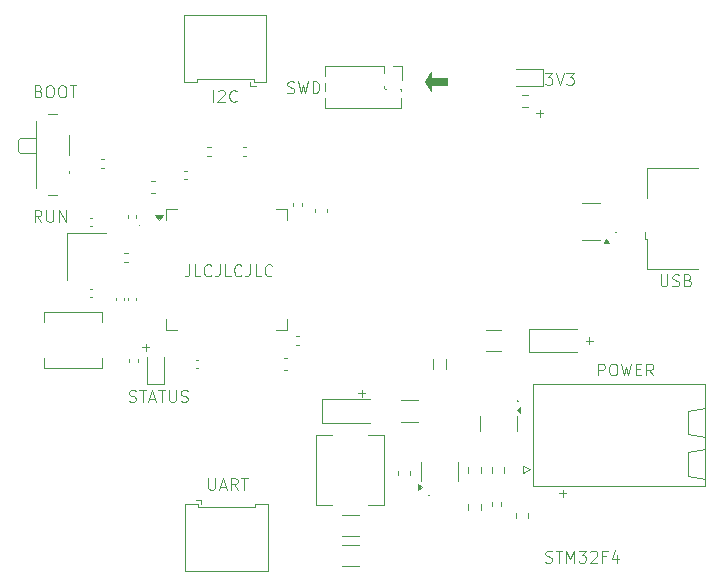
<source format=gbr>
%TF.GenerationSoftware,KiCad,Pcbnew,8.0.3*%
%TF.CreationDate,2024-07-29T11:00:05+05:30*%
%TF.ProjectId,SSTM32_REV2,5353544d-3332-45f5-9245-56322e6b6963,rev?*%
%TF.SameCoordinates,Original*%
%TF.FileFunction,Legend,Top*%
%TF.FilePolarity,Positive*%
%FSLAX46Y46*%
G04 Gerber Fmt 4.6, Leading zero omitted, Abs format (unit mm)*
G04 Created by KiCad (PCBNEW 8.0.3) date 2024-07-29 11:00:05*
%MOMM*%
%LPD*%
G01*
G04 APERTURE LIST*
%ADD10C,0.100000*%
%ADD11C,0.120000*%
G04 APERTURE END LIST*
D10*
X156839598Y-99572419D02*
X156839598Y-100286704D01*
X156839598Y-100286704D02*
X156791979Y-100429561D01*
X156791979Y-100429561D02*
X156696741Y-100524800D01*
X156696741Y-100524800D02*
X156553884Y-100572419D01*
X156553884Y-100572419D02*
X156458646Y-100572419D01*
X157791979Y-100572419D02*
X157315789Y-100572419D01*
X157315789Y-100572419D02*
X157315789Y-99572419D01*
X158696741Y-100477180D02*
X158649122Y-100524800D01*
X158649122Y-100524800D02*
X158506265Y-100572419D01*
X158506265Y-100572419D02*
X158411027Y-100572419D01*
X158411027Y-100572419D02*
X158268170Y-100524800D01*
X158268170Y-100524800D02*
X158172932Y-100429561D01*
X158172932Y-100429561D02*
X158125313Y-100334323D01*
X158125313Y-100334323D02*
X158077694Y-100143847D01*
X158077694Y-100143847D02*
X158077694Y-100000990D01*
X158077694Y-100000990D02*
X158125313Y-99810514D01*
X158125313Y-99810514D02*
X158172932Y-99715276D01*
X158172932Y-99715276D02*
X158268170Y-99620038D01*
X158268170Y-99620038D02*
X158411027Y-99572419D01*
X158411027Y-99572419D02*
X158506265Y-99572419D01*
X158506265Y-99572419D02*
X158649122Y-99620038D01*
X158649122Y-99620038D02*
X158696741Y-99667657D01*
X159411027Y-99572419D02*
X159411027Y-100286704D01*
X159411027Y-100286704D02*
X159363408Y-100429561D01*
X159363408Y-100429561D02*
X159268170Y-100524800D01*
X159268170Y-100524800D02*
X159125313Y-100572419D01*
X159125313Y-100572419D02*
X159030075Y-100572419D01*
X160363408Y-100572419D02*
X159887218Y-100572419D01*
X159887218Y-100572419D02*
X159887218Y-99572419D01*
X161268170Y-100477180D02*
X161220551Y-100524800D01*
X161220551Y-100524800D02*
X161077694Y-100572419D01*
X161077694Y-100572419D02*
X160982456Y-100572419D01*
X160982456Y-100572419D02*
X160839599Y-100524800D01*
X160839599Y-100524800D02*
X160744361Y-100429561D01*
X160744361Y-100429561D02*
X160696742Y-100334323D01*
X160696742Y-100334323D02*
X160649123Y-100143847D01*
X160649123Y-100143847D02*
X160649123Y-100000990D01*
X160649123Y-100000990D02*
X160696742Y-99810514D01*
X160696742Y-99810514D02*
X160744361Y-99715276D01*
X160744361Y-99715276D02*
X160839599Y-99620038D01*
X160839599Y-99620038D02*
X160982456Y-99572419D01*
X160982456Y-99572419D02*
X161077694Y-99572419D01*
X161077694Y-99572419D02*
X161220551Y-99620038D01*
X161220551Y-99620038D02*
X161268170Y-99667657D01*
X161982456Y-99572419D02*
X161982456Y-100286704D01*
X161982456Y-100286704D02*
X161934837Y-100429561D01*
X161934837Y-100429561D02*
X161839599Y-100524800D01*
X161839599Y-100524800D02*
X161696742Y-100572419D01*
X161696742Y-100572419D02*
X161601504Y-100572419D01*
X162934837Y-100572419D02*
X162458647Y-100572419D01*
X162458647Y-100572419D02*
X162458647Y-99572419D01*
X163839599Y-100477180D02*
X163791980Y-100524800D01*
X163791980Y-100524800D02*
X163649123Y-100572419D01*
X163649123Y-100572419D02*
X163553885Y-100572419D01*
X163553885Y-100572419D02*
X163411028Y-100524800D01*
X163411028Y-100524800D02*
X163315790Y-100429561D01*
X163315790Y-100429561D02*
X163268171Y-100334323D01*
X163268171Y-100334323D02*
X163220552Y-100143847D01*
X163220552Y-100143847D02*
X163220552Y-100000990D01*
X163220552Y-100000990D02*
X163268171Y-99810514D01*
X163268171Y-99810514D02*
X163315790Y-99715276D01*
X163315790Y-99715276D02*
X163411028Y-99620038D01*
X163411028Y-99620038D02*
X163553885Y-99572419D01*
X163553885Y-99572419D02*
X163649123Y-99572419D01*
X163649123Y-99572419D02*
X163791980Y-99620038D01*
X163791980Y-99620038D02*
X163839599Y-99667657D01*
X187006265Y-124774800D02*
X187149122Y-124822419D01*
X187149122Y-124822419D02*
X187387217Y-124822419D01*
X187387217Y-124822419D02*
X187482455Y-124774800D01*
X187482455Y-124774800D02*
X187530074Y-124727180D01*
X187530074Y-124727180D02*
X187577693Y-124631942D01*
X187577693Y-124631942D02*
X187577693Y-124536704D01*
X187577693Y-124536704D02*
X187530074Y-124441466D01*
X187530074Y-124441466D02*
X187482455Y-124393847D01*
X187482455Y-124393847D02*
X187387217Y-124346228D01*
X187387217Y-124346228D02*
X187196741Y-124298609D01*
X187196741Y-124298609D02*
X187101503Y-124250990D01*
X187101503Y-124250990D02*
X187053884Y-124203371D01*
X187053884Y-124203371D02*
X187006265Y-124108133D01*
X187006265Y-124108133D02*
X187006265Y-124012895D01*
X187006265Y-124012895D02*
X187053884Y-123917657D01*
X187053884Y-123917657D02*
X187101503Y-123870038D01*
X187101503Y-123870038D02*
X187196741Y-123822419D01*
X187196741Y-123822419D02*
X187434836Y-123822419D01*
X187434836Y-123822419D02*
X187577693Y-123870038D01*
X187863408Y-123822419D02*
X188434836Y-123822419D01*
X188149122Y-124822419D02*
X188149122Y-123822419D01*
X188768170Y-124822419D02*
X188768170Y-123822419D01*
X188768170Y-123822419D02*
X189101503Y-124536704D01*
X189101503Y-124536704D02*
X189434836Y-123822419D01*
X189434836Y-123822419D02*
X189434836Y-124822419D01*
X189815789Y-123822419D02*
X190434836Y-123822419D01*
X190434836Y-123822419D02*
X190101503Y-124203371D01*
X190101503Y-124203371D02*
X190244360Y-124203371D01*
X190244360Y-124203371D02*
X190339598Y-124250990D01*
X190339598Y-124250990D02*
X190387217Y-124298609D01*
X190387217Y-124298609D02*
X190434836Y-124393847D01*
X190434836Y-124393847D02*
X190434836Y-124631942D01*
X190434836Y-124631942D02*
X190387217Y-124727180D01*
X190387217Y-124727180D02*
X190339598Y-124774800D01*
X190339598Y-124774800D02*
X190244360Y-124822419D01*
X190244360Y-124822419D02*
X189958646Y-124822419D01*
X189958646Y-124822419D02*
X189863408Y-124774800D01*
X189863408Y-124774800D02*
X189815789Y-124727180D01*
X190815789Y-123917657D02*
X190863408Y-123870038D01*
X190863408Y-123870038D02*
X190958646Y-123822419D01*
X190958646Y-123822419D02*
X191196741Y-123822419D01*
X191196741Y-123822419D02*
X191291979Y-123870038D01*
X191291979Y-123870038D02*
X191339598Y-123917657D01*
X191339598Y-123917657D02*
X191387217Y-124012895D01*
X191387217Y-124012895D02*
X191387217Y-124108133D01*
X191387217Y-124108133D02*
X191339598Y-124250990D01*
X191339598Y-124250990D02*
X190768170Y-124822419D01*
X190768170Y-124822419D02*
X191387217Y-124822419D01*
X192149122Y-124298609D02*
X191815789Y-124298609D01*
X191815789Y-124822419D02*
X191815789Y-123822419D01*
X191815789Y-123822419D02*
X192291979Y-123822419D01*
X193101503Y-124155752D02*
X193101503Y-124822419D01*
X192863408Y-123774800D02*
X192625313Y-124489085D01*
X192625313Y-124489085D02*
X193244360Y-124489085D01*
X144325312Y-95972419D02*
X143991979Y-95496228D01*
X143753884Y-95972419D02*
X143753884Y-94972419D01*
X143753884Y-94972419D02*
X144134836Y-94972419D01*
X144134836Y-94972419D02*
X144230074Y-95020038D01*
X144230074Y-95020038D02*
X144277693Y-95067657D01*
X144277693Y-95067657D02*
X144325312Y-95162895D01*
X144325312Y-95162895D02*
X144325312Y-95305752D01*
X144325312Y-95305752D02*
X144277693Y-95400990D01*
X144277693Y-95400990D02*
X144230074Y-95448609D01*
X144230074Y-95448609D02*
X144134836Y-95496228D01*
X144134836Y-95496228D02*
X143753884Y-95496228D01*
X144753884Y-94972419D02*
X144753884Y-95781942D01*
X144753884Y-95781942D02*
X144801503Y-95877180D01*
X144801503Y-95877180D02*
X144849122Y-95924800D01*
X144849122Y-95924800D02*
X144944360Y-95972419D01*
X144944360Y-95972419D02*
X145134836Y-95972419D01*
X145134836Y-95972419D02*
X145230074Y-95924800D01*
X145230074Y-95924800D02*
X145277693Y-95877180D01*
X145277693Y-95877180D02*
X145325312Y-95781942D01*
X145325312Y-95781942D02*
X145325312Y-94972419D01*
X145801503Y-95972419D02*
X145801503Y-94972419D01*
X145801503Y-94972419D02*
X146372931Y-95972419D01*
X146372931Y-95972419D02*
X146372931Y-94972419D01*
X186206265Y-86792133D02*
X186815789Y-86792133D01*
X186511027Y-87096895D02*
X186511027Y-86487371D01*
X152856265Y-106592133D02*
X153465789Y-106592133D01*
X153161027Y-106896895D02*
X153161027Y-106287371D01*
X188156265Y-118942133D02*
X188765789Y-118942133D01*
X188461027Y-119246895D02*
X188461027Y-118637371D01*
X171156265Y-110492133D02*
X171765789Y-110492133D01*
X171461027Y-110796895D02*
X171461027Y-110187371D01*
X190406265Y-106042133D02*
X191015789Y-106042133D01*
X190711027Y-106346895D02*
X190711027Y-105737371D01*
X177350000Y-83800000D02*
X178700000Y-83800000D01*
X178700000Y-84400000D01*
X177350000Y-84400000D01*
X177350000Y-84900000D01*
X176800000Y-84150000D01*
X177350000Y-83300000D01*
X177350000Y-83800000D01*
G36*
X177350000Y-83800000D02*
G01*
X178700000Y-83800000D01*
X178700000Y-84400000D01*
X177350000Y-84400000D01*
X177350000Y-84900000D01*
X176800000Y-84150000D01*
X177350000Y-83300000D01*
X177350000Y-83800000D01*
G37*
X165156265Y-85024800D02*
X165299122Y-85072419D01*
X165299122Y-85072419D02*
X165537217Y-85072419D01*
X165537217Y-85072419D02*
X165632455Y-85024800D01*
X165632455Y-85024800D02*
X165680074Y-84977180D01*
X165680074Y-84977180D02*
X165727693Y-84881942D01*
X165727693Y-84881942D02*
X165727693Y-84786704D01*
X165727693Y-84786704D02*
X165680074Y-84691466D01*
X165680074Y-84691466D02*
X165632455Y-84643847D01*
X165632455Y-84643847D02*
X165537217Y-84596228D01*
X165537217Y-84596228D02*
X165346741Y-84548609D01*
X165346741Y-84548609D02*
X165251503Y-84500990D01*
X165251503Y-84500990D02*
X165203884Y-84453371D01*
X165203884Y-84453371D02*
X165156265Y-84358133D01*
X165156265Y-84358133D02*
X165156265Y-84262895D01*
X165156265Y-84262895D02*
X165203884Y-84167657D01*
X165203884Y-84167657D02*
X165251503Y-84120038D01*
X165251503Y-84120038D02*
X165346741Y-84072419D01*
X165346741Y-84072419D02*
X165584836Y-84072419D01*
X165584836Y-84072419D02*
X165727693Y-84120038D01*
X166061027Y-84072419D02*
X166299122Y-85072419D01*
X166299122Y-85072419D02*
X166489598Y-84358133D01*
X166489598Y-84358133D02*
X166680074Y-85072419D01*
X166680074Y-85072419D02*
X166918170Y-84072419D01*
X167299122Y-85072419D02*
X167299122Y-84072419D01*
X167299122Y-84072419D02*
X167537217Y-84072419D01*
X167537217Y-84072419D02*
X167680074Y-84120038D01*
X167680074Y-84120038D02*
X167775312Y-84215276D01*
X167775312Y-84215276D02*
X167822931Y-84310514D01*
X167822931Y-84310514D02*
X167870550Y-84500990D01*
X167870550Y-84500990D02*
X167870550Y-84643847D01*
X167870550Y-84643847D02*
X167822931Y-84834323D01*
X167822931Y-84834323D02*
X167775312Y-84929561D01*
X167775312Y-84929561D02*
X167680074Y-85024800D01*
X167680074Y-85024800D02*
X167537217Y-85072419D01*
X167537217Y-85072419D02*
X167299122Y-85072419D01*
X193050000Y-96850000D02*
G75*
G02*
X192950000Y-96850000I-50000J0D01*
G01*
X192950000Y-96850000D02*
G75*
G02*
X193050000Y-96850000I50000J0D01*
G01*
X184720711Y-111150000D02*
G75*
G02*
X184579289Y-111150000I-70711J0D01*
G01*
X184579289Y-111150000D02*
G75*
G02*
X184720711Y-111150000I70711J0D01*
G01*
X177200000Y-119100000D02*
G75*
G02*
X177100000Y-119100000I-50000J0D01*
G01*
X177100000Y-119100000D02*
G75*
G02*
X177200000Y-119100000I50000J0D01*
G01*
X152700000Y-96250000D02*
G75*
G02*
X152600000Y-96250000I-50000J0D01*
G01*
X152600000Y-96250000D02*
G75*
G02*
X152700000Y-96250000I50000J0D01*
G01*
X151756265Y-111174800D02*
X151899122Y-111222419D01*
X151899122Y-111222419D02*
X152137217Y-111222419D01*
X152137217Y-111222419D02*
X152232455Y-111174800D01*
X152232455Y-111174800D02*
X152280074Y-111127180D01*
X152280074Y-111127180D02*
X152327693Y-111031942D01*
X152327693Y-111031942D02*
X152327693Y-110936704D01*
X152327693Y-110936704D02*
X152280074Y-110841466D01*
X152280074Y-110841466D02*
X152232455Y-110793847D01*
X152232455Y-110793847D02*
X152137217Y-110746228D01*
X152137217Y-110746228D02*
X151946741Y-110698609D01*
X151946741Y-110698609D02*
X151851503Y-110650990D01*
X151851503Y-110650990D02*
X151803884Y-110603371D01*
X151803884Y-110603371D02*
X151756265Y-110508133D01*
X151756265Y-110508133D02*
X151756265Y-110412895D01*
X151756265Y-110412895D02*
X151803884Y-110317657D01*
X151803884Y-110317657D02*
X151851503Y-110270038D01*
X151851503Y-110270038D02*
X151946741Y-110222419D01*
X151946741Y-110222419D02*
X152184836Y-110222419D01*
X152184836Y-110222419D02*
X152327693Y-110270038D01*
X152613408Y-110222419D02*
X153184836Y-110222419D01*
X152899122Y-111222419D02*
X152899122Y-110222419D01*
X153470551Y-110936704D02*
X153946741Y-110936704D01*
X153375313Y-111222419D02*
X153708646Y-110222419D01*
X153708646Y-110222419D02*
X154041979Y-111222419D01*
X154232456Y-110222419D02*
X154803884Y-110222419D01*
X154518170Y-111222419D02*
X154518170Y-110222419D01*
X155137218Y-110222419D02*
X155137218Y-111031942D01*
X155137218Y-111031942D02*
X155184837Y-111127180D01*
X155184837Y-111127180D02*
X155232456Y-111174800D01*
X155232456Y-111174800D02*
X155327694Y-111222419D01*
X155327694Y-111222419D02*
X155518170Y-111222419D01*
X155518170Y-111222419D02*
X155613408Y-111174800D01*
X155613408Y-111174800D02*
X155661027Y-111127180D01*
X155661027Y-111127180D02*
X155708646Y-111031942D01*
X155708646Y-111031942D02*
X155708646Y-110222419D01*
X156137218Y-111174800D02*
X156280075Y-111222419D01*
X156280075Y-111222419D02*
X156518170Y-111222419D01*
X156518170Y-111222419D02*
X156613408Y-111174800D01*
X156613408Y-111174800D02*
X156661027Y-111127180D01*
X156661027Y-111127180D02*
X156708646Y-111031942D01*
X156708646Y-111031942D02*
X156708646Y-110936704D01*
X156708646Y-110936704D02*
X156661027Y-110841466D01*
X156661027Y-110841466D02*
X156613408Y-110793847D01*
X156613408Y-110793847D02*
X156518170Y-110746228D01*
X156518170Y-110746228D02*
X156327694Y-110698609D01*
X156327694Y-110698609D02*
X156232456Y-110650990D01*
X156232456Y-110650990D02*
X156184837Y-110603371D01*
X156184837Y-110603371D02*
X156137218Y-110508133D01*
X156137218Y-110508133D02*
X156137218Y-110412895D01*
X156137218Y-110412895D02*
X156184837Y-110317657D01*
X156184837Y-110317657D02*
X156232456Y-110270038D01*
X156232456Y-110270038D02*
X156327694Y-110222419D01*
X156327694Y-110222419D02*
X156565789Y-110222419D01*
X156565789Y-110222419D02*
X156708646Y-110270038D01*
X158853884Y-85822419D02*
X158853884Y-84822419D01*
X159282455Y-84917657D02*
X159330074Y-84870038D01*
X159330074Y-84870038D02*
X159425312Y-84822419D01*
X159425312Y-84822419D02*
X159663407Y-84822419D01*
X159663407Y-84822419D02*
X159758645Y-84870038D01*
X159758645Y-84870038D02*
X159806264Y-84917657D01*
X159806264Y-84917657D02*
X159853883Y-85012895D01*
X159853883Y-85012895D02*
X159853883Y-85108133D01*
X159853883Y-85108133D02*
X159806264Y-85250990D01*
X159806264Y-85250990D02*
X159234836Y-85822419D01*
X159234836Y-85822419D02*
X159853883Y-85822419D01*
X160853883Y-85727180D02*
X160806264Y-85774800D01*
X160806264Y-85774800D02*
X160663407Y-85822419D01*
X160663407Y-85822419D02*
X160568169Y-85822419D01*
X160568169Y-85822419D02*
X160425312Y-85774800D01*
X160425312Y-85774800D02*
X160330074Y-85679561D01*
X160330074Y-85679561D02*
X160282455Y-85584323D01*
X160282455Y-85584323D02*
X160234836Y-85393847D01*
X160234836Y-85393847D02*
X160234836Y-85250990D01*
X160234836Y-85250990D02*
X160282455Y-85060514D01*
X160282455Y-85060514D02*
X160330074Y-84965276D01*
X160330074Y-84965276D02*
X160425312Y-84870038D01*
X160425312Y-84870038D02*
X160568169Y-84822419D01*
X160568169Y-84822419D02*
X160663407Y-84822419D01*
X160663407Y-84822419D02*
X160806264Y-84870038D01*
X160806264Y-84870038D02*
X160853883Y-84917657D01*
X158453884Y-117672419D02*
X158453884Y-118481942D01*
X158453884Y-118481942D02*
X158501503Y-118577180D01*
X158501503Y-118577180D02*
X158549122Y-118624800D01*
X158549122Y-118624800D02*
X158644360Y-118672419D01*
X158644360Y-118672419D02*
X158834836Y-118672419D01*
X158834836Y-118672419D02*
X158930074Y-118624800D01*
X158930074Y-118624800D02*
X158977693Y-118577180D01*
X158977693Y-118577180D02*
X159025312Y-118481942D01*
X159025312Y-118481942D02*
X159025312Y-117672419D01*
X159453884Y-118386704D02*
X159930074Y-118386704D01*
X159358646Y-118672419D02*
X159691979Y-117672419D01*
X159691979Y-117672419D02*
X160025312Y-118672419D01*
X160930074Y-118672419D02*
X160596741Y-118196228D01*
X160358646Y-118672419D02*
X160358646Y-117672419D01*
X160358646Y-117672419D02*
X160739598Y-117672419D01*
X160739598Y-117672419D02*
X160834836Y-117720038D01*
X160834836Y-117720038D02*
X160882455Y-117767657D01*
X160882455Y-117767657D02*
X160930074Y-117862895D01*
X160930074Y-117862895D02*
X160930074Y-118005752D01*
X160930074Y-118005752D02*
X160882455Y-118100990D01*
X160882455Y-118100990D02*
X160834836Y-118148609D01*
X160834836Y-118148609D02*
X160739598Y-118196228D01*
X160739598Y-118196228D02*
X160358646Y-118196228D01*
X161215789Y-117672419D02*
X161787217Y-117672419D01*
X161501503Y-118672419D02*
X161501503Y-117672419D01*
X196753884Y-100422419D02*
X196753884Y-101231942D01*
X196753884Y-101231942D02*
X196801503Y-101327180D01*
X196801503Y-101327180D02*
X196849122Y-101374800D01*
X196849122Y-101374800D02*
X196944360Y-101422419D01*
X196944360Y-101422419D02*
X197134836Y-101422419D01*
X197134836Y-101422419D02*
X197230074Y-101374800D01*
X197230074Y-101374800D02*
X197277693Y-101327180D01*
X197277693Y-101327180D02*
X197325312Y-101231942D01*
X197325312Y-101231942D02*
X197325312Y-100422419D01*
X197753884Y-101374800D02*
X197896741Y-101422419D01*
X197896741Y-101422419D02*
X198134836Y-101422419D01*
X198134836Y-101422419D02*
X198230074Y-101374800D01*
X198230074Y-101374800D02*
X198277693Y-101327180D01*
X198277693Y-101327180D02*
X198325312Y-101231942D01*
X198325312Y-101231942D02*
X198325312Y-101136704D01*
X198325312Y-101136704D02*
X198277693Y-101041466D01*
X198277693Y-101041466D02*
X198230074Y-100993847D01*
X198230074Y-100993847D02*
X198134836Y-100946228D01*
X198134836Y-100946228D02*
X197944360Y-100898609D01*
X197944360Y-100898609D02*
X197849122Y-100850990D01*
X197849122Y-100850990D02*
X197801503Y-100803371D01*
X197801503Y-100803371D02*
X197753884Y-100708133D01*
X197753884Y-100708133D02*
X197753884Y-100612895D01*
X197753884Y-100612895D02*
X197801503Y-100517657D01*
X197801503Y-100517657D02*
X197849122Y-100470038D01*
X197849122Y-100470038D02*
X197944360Y-100422419D01*
X197944360Y-100422419D02*
X198182455Y-100422419D01*
X198182455Y-100422419D02*
X198325312Y-100470038D01*
X199087217Y-100898609D02*
X199230074Y-100946228D01*
X199230074Y-100946228D02*
X199277693Y-100993847D01*
X199277693Y-100993847D02*
X199325312Y-101089085D01*
X199325312Y-101089085D02*
X199325312Y-101231942D01*
X199325312Y-101231942D02*
X199277693Y-101327180D01*
X199277693Y-101327180D02*
X199230074Y-101374800D01*
X199230074Y-101374800D02*
X199134836Y-101422419D01*
X199134836Y-101422419D02*
X198753884Y-101422419D01*
X198753884Y-101422419D02*
X198753884Y-100422419D01*
X198753884Y-100422419D02*
X199087217Y-100422419D01*
X199087217Y-100422419D02*
X199182455Y-100470038D01*
X199182455Y-100470038D02*
X199230074Y-100517657D01*
X199230074Y-100517657D02*
X199277693Y-100612895D01*
X199277693Y-100612895D02*
X199277693Y-100708133D01*
X199277693Y-100708133D02*
X199230074Y-100803371D01*
X199230074Y-100803371D02*
X199182455Y-100850990D01*
X199182455Y-100850990D02*
X199087217Y-100898609D01*
X199087217Y-100898609D02*
X198753884Y-100898609D01*
X191453884Y-108972419D02*
X191453884Y-107972419D01*
X191453884Y-107972419D02*
X191834836Y-107972419D01*
X191834836Y-107972419D02*
X191930074Y-108020038D01*
X191930074Y-108020038D02*
X191977693Y-108067657D01*
X191977693Y-108067657D02*
X192025312Y-108162895D01*
X192025312Y-108162895D02*
X192025312Y-108305752D01*
X192025312Y-108305752D02*
X191977693Y-108400990D01*
X191977693Y-108400990D02*
X191930074Y-108448609D01*
X191930074Y-108448609D02*
X191834836Y-108496228D01*
X191834836Y-108496228D02*
X191453884Y-108496228D01*
X192644360Y-107972419D02*
X192834836Y-107972419D01*
X192834836Y-107972419D02*
X192930074Y-108020038D01*
X192930074Y-108020038D02*
X193025312Y-108115276D01*
X193025312Y-108115276D02*
X193072931Y-108305752D01*
X193072931Y-108305752D02*
X193072931Y-108639085D01*
X193072931Y-108639085D02*
X193025312Y-108829561D01*
X193025312Y-108829561D02*
X192930074Y-108924800D01*
X192930074Y-108924800D02*
X192834836Y-108972419D01*
X192834836Y-108972419D02*
X192644360Y-108972419D01*
X192644360Y-108972419D02*
X192549122Y-108924800D01*
X192549122Y-108924800D02*
X192453884Y-108829561D01*
X192453884Y-108829561D02*
X192406265Y-108639085D01*
X192406265Y-108639085D02*
X192406265Y-108305752D01*
X192406265Y-108305752D02*
X192453884Y-108115276D01*
X192453884Y-108115276D02*
X192549122Y-108020038D01*
X192549122Y-108020038D02*
X192644360Y-107972419D01*
X193406265Y-107972419D02*
X193644360Y-108972419D01*
X193644360Y-108972419D02*
X193834836Y-108258133D01*
X193834836Y-108258133D02*
X194025312Y-108972419D01*
X194025312Y-108972419D02*
X194263408Y-107972419D01*
X194644360Y-108448609D02*
X194977693Y-108448609D01*
X195120550Y-108972419D02*
X194644360Y-108972419D01*
X194644360Y-108972419D02*
X194644360Y-107972419D01*
X194644360Y-107972419D02*
X195120550Y-107972419D01*
X196120550Y-108972419D02*
X195787217Y-108496228D01*
X195549122Y-108972419D02*
X195549122Y-107972419D01*
X195549122Y-107972419D02*
X195930074Y-107972419D01*
X195930074Y-107972419D02*
X196025312Y-108020038D01*
X196025312Y-108020038D02*
X196072931Y-108067657D01*
X196072931Y-108067657D02*
X196120550Y-108162895D01*
X196120550Y-108162895D02*
X196120550Y-108305752D01*
X196120550Y-108305752D02*
X196072931Y-108400990D01*
X196072931Y-108400990D02*
X196025312Y-108448609D01*
X196025312Y-108448609D02*
X195930074Y-108496228D01*
X195930074Y-108496228D02*
X195549122Y-108496228D01*
X144087217Y-84898609D02*
X144230074Y-84946228D01*
X144230074Y-84946228D02*
X144277693Y-84993847D01*
X144277693Y-84993847D02*
X144325312Y-85089085D01*
X144325312Y-85089085D02*
X144325312Y-85231942D01*
X144325312Y-85231942D02*
X144277693Y-85327180D01*
X144277693Y-85327180D02*
X144230074Y-85374800D01*
X144230074Y-85374800D02*
X144134836Y-85422419D01*
X144134836Y-85422419D02*
X143753884Y-85422419D01*
X143753884Y-85422419D02*
X143753884Y-84422419D01*
X143753884Y-84422419D02*
X144087217Y-84422419D01*
X144087217Y-84422419D02*
X144182455Y-84470038D01*
X144182455Y-84470038D02*
X144230074Y-84517657D01*
X144230074Y-84517657D02*
X144277693Y-84612895D01*
X144277693Y-84612895D02*
X144277693Y-84708133D01*
X144277693Y-84708133D02*
X144230074Y-84803371D01*
X144230074Y-84803371D02*
X144182455Y-84850990D01*
X144182455Y-84850990D02*
X144087217Y-84898609D01*
X144087217Y-84898609D02*
X143753884Y-84898609D01*
X144944360Y-84422419D02*
X145134836Y-84422419D01*
X145134836Y-84422419D02*
X145230074Y-84470038D01*
X145230074Y-84470038D02*
X145325312Y-84565276D01*
X145325312Y-84565276D02*
X145372931Y-84755752D01*
X145372931Y-84755752D02*
X145372931Y-85089085D01*
X145372931Y-85089085D02*
X145325312Y-85279561D01*
X145325312Y-85279561D02*
X145230074Y-85374800D01*
X145230074Y-85374800D02*
X145134836Y-85422419D01*
X145134836Y-85422419D02*
X144944360Y-85422419D01*
X144944360Y-85422419D02*
X144849122Y-85374800D01*
X144849122Y-85374800D02*
X144753884Y-85279561D01*
X144753884Y-85279561D02*
X144706265Y-85089085D01*
X144706265Y-85089085D02*
X144706265Y-84755752D01*
X144706265Y-84755752D02*
X144753884Y-84565276D01*
X144753884Y-84565276D02*
X144849122Y-84470038D01*
X144849122Y-84470038D02*
X144944360Y-84422419D01*
X145991979Y-84422419D02*
X146182455Y-84422419D01*
X146182455Y-84422419D02*
X146277693Y-84470038D01*
X146277693Y-84470038D02*
X146372931Y-84565276D01*
X146372931Y-84565276D02*
X146420550Y-84755752D01*
X146420550Y-84755752D02*
X146420550Y-85089085D01*
X146420550Y-85089085D02*
X146372931Y-85279561D01*
X146372931Y-85279561D02*
X146277693Y-85374800D01*
X146277693Y-85374800D02*
X146182455Y-85422419D01*
X146182455Y-85422419D02*
X145991979Y-85422419D01*
X145991979Y-85422419D02*
X145896741Y-85374800D01*
X145896741Y-85374800D02*
X145801503Y-85279561D01*
X145801503Y-85279561D02*
X145753884Y-85089085D01*
X145753884Y-85089085D02*
X145753884Y-84755752D01*
X145753884Y-84755752D02*
X145801503Y-84565276D01*
X145801503Y-84565276D02*
X145896741Y-84470038D01*
X145896741Y-84470038D02*
X145991979Y-84422419D01*
X146706265Y-84422419D02*
X147277693Y-84422419D01*
X146991979Y-85422419D02*
X146991979Y-84422419D01*
X186968646Y-83357419D02*
X187587693Y-83357419D01*
X187587693Y-83357419D02*
X187254360Y-83738371D01*
X187254360Y-83738371D02*
X187397217Y-83738371D01*
X187397217Y-83738371D02*
X187492455Y-83785990D01*
X187492455Y-83785990D02*
X187540074Y-83833609D01*
X187540074Y-83833609D02*
X187587693Y-83928847D01*
X187587693Y-83928847D02*
X187587693Y-84166942D01*
X187587693Y-84166942D02*
X187540074Y-84262180D01*
X187540074Y-84262180D02*
X187492455Y-84309800D01*
X187492455Y-84309800D02*
X187397217Y-84357419D01*
X187397217Y-84357419D02*
X187111503Y-84357419D01*
X187111503Y-84357419D02*
X187016265Y-84309800D01*
X187016265Y-84309800D02*
X186968646Y-84262180D01*
X187873408Y-83357419D02*
X188206741Y-84357419D01*
X188206741Y-84357419D02*
X188540074Y-83357419D01*
X188778170Y-83357419D02*
X189397217Y-83357419D01*
X189397217Y-83357419D02*
X189063884Y-83738371D01*
X189063884Y-83738371D02*
X189206741Y-83738371D01*
X189206741Y-83738371D02*
X189301979Y-83785990D01*
X189301979Y-83785990D02*
X189349598Y-83833609D01*
X189349598Y-83833609D02*
X189397217Y-83928847D01*
X189397217Y-83928847D02*
X189397217Y-84166942D01*
X189397217Y-84166942D02*
X189349598Y-84262180D01*
X189349598Y-84262180D02*
X189301979Y-84309800D01*
X189301979Y-84309800D02*
X189206741Y-84357419D01*
X189206741Y-84357419D02*
X188921027Y-84357419D01*
X188921027Y-84357419D02*
X188825789Y-84309800D01*
X188825789Y-84309800D02*
X188778170Y-84262180D01*
D11*
%TO.C,C9*%
X150640000Y-102627836D02*
X150640000Y-102412164D01*
X151360000Y-102627836D02*
X151360000Y-102412164D01*
%TO.C,C12*%
X148412164Y-95640000D02*
X148627836Y-95640000D01*
X148412164Y-96360000D02*
X148627836Y-96360000D01*
%TO.C,C3*%
X153915580Y-92490000D02*
X153634420Y-92490000D01*
X153915580Y-93510000D02*
X153634420Y-93510000D01*
%TO.C,R7*%
X182470000Y-119706359D02*
X182470000Y-120013641D01*
X183230000Y-119706359D02*
X183230000Y-120013641D01*
%TO.C,C6*%
X165892164Y-105640000D02*
X166107836Y-105640000D01*
X165892164Y-106360000D02*
X166107836Y-106360000D01*
%TO.C,Y1*%
X146500000Y-96900000D02*
X146500000Y-100900000D01*
X149800000Y-96900000D02*
X146500000Y-96900000D01*
%TO.C,FB1*%
X177440000Y-107600378D02*
X177440000Y-108399622D01*
X178560000Y-107600378D02*
X178560000Y-108399622D01*
%TO.C,F1*%
X181997936Y-105090000D02*
X183202064Y-105090000D01*
X181997936Y-106910000D02*
X183202064Y-106910000D01*
%TO.C,SW1*%
X142340000Y-89050000D02*
X142340000Y-89950000D01*
X142550000Y-88850000D02*
X142340000Y-89050000D01*
X142550000Y-90150000D02*
X142340000Y-89950000D01*
X142550000Y-90150000D02*
X143840000Y-90150000D01*
X143840000Y-87400000D02*
X143840000Y-93100000D01*
X143840000Y-88850000D02*
X142550000Y-88850000D01*
X144850000Y-93700000D02*
X145640000Y-93700000D01*
X145640000Y-86800000D02*
X144850000Y-86800000D01*
X146690000Y-88650000D02*
X146690000Y-90350000D01*
X146690000Y-91650000D02*
X146690000Y-91850000D01*
%TO.C,R5*%
X182477500Y-117237258D02*
X182477500Y-116762742D01*
X183522500Y-117237258D02*
X183522500Y-116762742D01*
%TO.C,R3*%
X151720000Y-107863641D02*
X151720000Y-107556359D01*
X152480000Y-107863641D02*
X152480000Y-107556359D01*
%TO.C,D1*%
X153265000Y-107412500D02*
X153265000Y-109697500D01*
X153265000Y-109697500D02*
X154735000Y-109697500D01*
X154735000Y-109697500D02*
X154735000Y-107412500D01*
%TO.C,L1*%
X144540000Y-103640000D02*
X144540000Y-104490000D01*
X144540000Y-103640000D02*
X149460000Y-103640000D01*
X144540000Y-108360000D02*
X144540000Y-107510000D01*
X144540000Y-108360000D02*
X149460000Y-108360000D01*
X149460000Y-103640000D02*
X149460000Y-104490000D01*
X149460000Y-108360000D02*
X149460000Y-107510000D01*
%TO.C,D3*%
X185640000Y-105000000D02*
X185640000Y-107000000D01*
X185640000Y-105000000D02*
X189650000Y-105000000D01*
X185640000Y-107000000D02*
X189650000Y-107000000D01*
%TO.C,IC1*%
X176490000Y-117137500D02*
X176490000Y-116337500D01*
X176490000Y-117137500D02*
X176490000Y-117937500D01*
X179610000Y-117137500D02*
X179610000Y-116337500D01*
X179610000Y-117137500D02*
X179610000Y-117937500D01*
X176540000Y-118437500D02*
X176210000Y-118677500D01*
X176210000Y-118197500D01*
X176540000Y-118437500D01*
G36*
X176540000Y-118437500D02*
G01*
X176210000Y-118677500D01*
X176210000Y-118197500D01*
X176540000Y-118437500D01*
G37*
%TO.C,D4*%
X184475000Y-84485000D02*
X186760000Y-84485000D01*
X186760000Y-83015000D02*
X184475000Y-83015000D01*
X186760000Y-84485000D02*
X186760000Y-83015000D01*
%TO.C,C14*%
X174490000Y-117365580D02*
X174490000Y-117084420D01*
X175510000Y-117365580D02*
X175510000Y-117084420D01*
%TO.C,C15*%
X169788748Y-120790000D02*
X171211252Y-120790000D01*
X169788748Y-122610000D02*
X171211252Y-122610000D01*
%TO.C,J1*%
X185112500Y-116600000D02*
X185712500Y-116900000D01*
X185112500Y-117200000D02*
X185112500Y-116600000D01*
X185112500Y-117200000D02*
X185712500Y-116900000D01*
X185912500Y-109690000D02*
X200532500Y-109690000D01*
X185912500Y-118310000D02*
X185912500Y-109690000D01*
X199032500Y-113950000D02*
X199032500Y-111950000D01*
X199032500Y-117450000D02*
X199032500Y-115450000D01*
X200532500Y-109690000D02*
X200532500Y-118310000D01*
X200532500Y-111700000D02*
X199032500Y-111950000D01*
X200532500Y-114200000D02*
X199032500Y-113950000D01*
X200532500Y-115200000D02*
X199032500Y-115450000D01*
X200532500Y-117700000D02*
X199032500Y-117450000D01*
X200532500Y-118310000D02*
X185912500Y-118310000D01*
%TO.C,C7*%
X165640000Y-94627836D02*
X165640000Y-94412164D01*
X166360000Y-94627836D02*
X166360000Y-94412164D01*
%TO.C,R8*%
X184477500Y-120587742D02*
X184477500Y-121062258D01*
X185522500Y-120587742D02*
X185522500Y-121062258D01*
%TO.C,C10*%
X151640000Y-102627836D02*
X151640000Y-102412164D01*
X152360000Y-102627836D02*
X152360000Y-102412164D01*
%TO.C,Q1*%
X181490000Y-113062500D02*
X181490000Y-112412500D01*
X181490000Y-113062500D02*
X181490000Y-113712500D01*
X184610000Y-113062500D02*
X184610000Y-112412500D01*
X184610000Y-113062500D02*
X184610000Y-113712500D01*
X184890000Y-112140000D02*
X184560000Y-111900000D01*
X184890000Y-111660000D01*
X184890000Y-112140000D01*
G36*
X184890000Y-112140000D02*
G01*
X184560000Y-111900000D01*
X184890000Y-111660000D01*
X184890000Y-112140000D01*
G37*
%TO.C,C4*%
X151640000Y-95627836D02*
X151640000Y-95412164D01*
X152360000Y-95627836D02*
X152360000Y-95412164D01*
%TO.C,U1*%
X154890000Y-94890000D02*
X154890000Y-95840000D01*
X154890000Y-105110000D02*
X154890000Y-104160000D01*
X155840000Y-94890000D02*
X154890000Y-94890000D01*
X155840000Y-105110000D02*
X154890000Y-105110000D01*
X164160000Y-94890000D02*
X165110000Y-94890000D01*
X164160000Y-105110000D02*
X165110000Y-105110000D01*
X165110000Y-94890000D02*
X165110000Y-95840000D01*
X165110000Y-105110000D02*
X165110000Y-104160000D01*
X154275000Y-95840000D02*
X153935000Y-95370000D01*
X154615000Y-95370000D01*
X154275000Y-95840000D01*
G36*
X154275000Y-95840000D02*
G01*
X153935000Y-95370000D01*
X154615000Y-95370000D01*
X154275000Y-95840000D01*
G37*
%TO.C,R4*%
X180477500Y-116762742D02*
X180477500Y-117237258D01*
X181522500Y-116762742D02*
X181522500Y-117237258D01*
%TO.C,R2*%
X151663641Y-98620000D02*
X151356359Y-98620000D01*
X151663641Y-99380000D02*
X151356359Y-99380000D01*
%TO.C,L2*%
X167615000Y-113990000D02*
X167615000Y-119910000D01*
X167615000Y-113990000D02*
X168965000Y-113990000D01*
X167615000Y-119910000D02*
X168965000Y-119910000D01*
X173335000Y-113990000D02*
X171985000Y-113990000D01*
X173335000Y-113990000D02*
X173335000Y-119910000D01*
X173335000Y-119910000D02*
X171985000Y-119910000D01*
%TO.C,C2*%
X164859420Y-107490000D02*
X165140580Y-107490000D01*
X164859420Y-108510000D02*
X165140580Y-108510000D01*
%TO.C,J4*%
X156515000Y-119840000D02*
X156515000Y-125560000D01*
X156515000Y-125560000D02*
X160000000Y-125560000D01*
X157585000Y-119840000D02*
X156515000Y-119840000D01*
X157585000Y-120140000D02*
X157585000Y-119840000D01*
X157875000Y-119550000D02*
X157375000Y-119550000D01*
X157875000Y-119850000D02*
X157875000Y-119550000D01*
X160000000Y-120140000D02*
X157585000Y-120140000D01*
X160000000Y-120140000D02*
X162415000Y-120140000D01*
X162415000Y-119840000D02*
X163485000Y-119840000D01*
X162415000Y-120140000D02*
X162415000Y-119840000D01*
X163485000Y-119840000D02*
X163485000Y-125560000D01*
X163485000Y-125560000D02*
X160000000Y-125560000D01*
%TO.C,J6*%
X168325000Y-82795000D02*
X168325000Y-83617470D01*
X168325000Y-84232530D02*
X168325000Y-84887470D01*
X168325000Y-85502530D02*
X168325000Y-86325000D01*
X173340000Y-82795000D02*
X168325000Y-82795000D01*
X173340000Y-82795000D02*
X173340000Y-83361529D01*
X173340000Y-84488471D02*
X173340000Y-84631529D01*
X173393471Y-84685000D02*
X173536529Y-84685000D01*
X174100000Y-82795000D02*
X174860000Y-82795000D01*
X174663471Y-84685000D02*
X174795000Y-84685000D01*
X174795000Y-84685000D02*
X174795000Y-84887470D01*
X174795000Y-85502530D02*
X174795000Y-86325000D01*
X174795000Y-86325000D02*
X168325000Y-86325000D01*
X174860000Y-82795000D02*
X174860000Y-83925000D01*
%TO.C,C5*%
X157627836Y-107640000D02*
X157412164Y-107640000D01*
X157627836Y-108360000D02*
X157412164Y-108360000D01*
%TO.C,J5*%
X195390000Y-96800000D02*
X195390000Y-97460000D01*
X195590000Y-91440000D02*
X199950000Y-91440000D01*
X195590000Y-93940000D02*
X195590000Y-91440000D01*
X195590000Y-97460000D02*
X195390000Y-97460000D01*
X195590000Y-99960000D02*
X195590000Y-97460000D01*
X195590000Y-99960000D02*
X199950000Y-99960000D01*
%TO.C,R9*%
X161663641Y-89620000D02*
X161356359Y-89620000D01*
X161663641Y-90380000D02*
X161356359Y-90380000D01*
%TO.C,R1*%
X149356359Y-90620000D02*
X149663641Y-90620000D01*
X149356359Y-91380000D02*
X149663641Y-91380000D01*
%TO.C,R6*%
X180477500Y-120362258D02*
X180477500Y-119887742D01*
X181522500Y-120362258D02*
X181522500Y-119887742D01*
%TO.C,U3*%
X190862500Y-94390000D02*
X190062500Y-94390000D01*
X190862500Y-94390000D02*
X191662500Y-94390000D01*
X190862500Y-97510000D02*
X190062500Y-97510000D01*
X190862500Y-97510000D02*
X191662500Y-97510000D01*
X192402500Y-97790000D02*
X191922500Y-97790000D01*
X192162500Y-97460000D01*
X192402500Y-97790000D01*
G36*
X192402500Y-97790000D02*
G01*
X191922500Y-97790000D01*
X192162500Y-97460000D01*
X192402500Y-97790000D01*
G37*
%TO.C,C1*%
X167490000Y-95140580D02*
X167490000Y-94859420D01*
X168510000Y-95140580D02*
X168510000Y-94859420D01*
%TO.C,C8*%
X156412164Y-91640000D02*
X156627836Y-91640000D01*
X156412164Y-92360000D02*
X156627836Y-92360000D01*
%TO.C,R10*%
X158356359Y-89620000D02*
X158663641Y-89620000D01*
X158356359Y-90380000D02*
X158663641Y-90380000D01*
%TO.C,C16*%
X169788748Y-123290000D02*
X171211252Y-123290000D01*
X169788748Y-125110000D02*
X171211252Y-125110000D01*
%TO.C,C11*%
X148627836Y-101640000D02*
X148412164Y-101640000D01*
X148627836Y-102360000D02*
X148412164Y-102360000D01*
%TO.C,D2*%
X168115000Y-111000000D02*
X168115000Y-113000000D01*
X168115000Y-111000000D02*
X172125000Y-111000000D01*
X168115000Y-113000000D02*
X172125000Y-113000000D01*
%TO.C,C13*%
X174813748Y-111090000D02*
X176236252Y-111090000D01*
X174813748Y-112910000D02*
X176236252Y-112910000D01*
%TO.C,R11*%
X185512258Y-85227500D02*
X185037742Y-85227500D01*
X185512258Y-86272500D02*
X185037742Y-86272500D01*
%TO.C,J3*%
X156390000Y-78440000D02*
X159875000Y-78440000D01*
X156390000Y-84160000D02*
X156390000Y-78440000D01*
X157460000Y-83860000D02*
X157460000Y-84160000D01*
X157460000Y-84160000D02*
X156390000Y-84160000D01*
X159875000Y-83860000D02*
X157460000Y-83860000D01*
X159875000Y-83860000D02*
X162290000Y-83860000D01*
X162000000Y-84150000D02*
X162000000Y-84450000D01*
X162000000Y-84450000D02*
X162500000Y-84450000D01*
X162290000Y-83860000D02*
X162290000Y-84160000D01*
X162290000Y-84160000D02*
X163360000Y-84160000D01*
X163360000Y-78440000D02*
X159875000Y-78440000D01*
X163360000Y-84160000D02*
X163360000Y-78440000D01*
%TD*%
M02*

</source>
